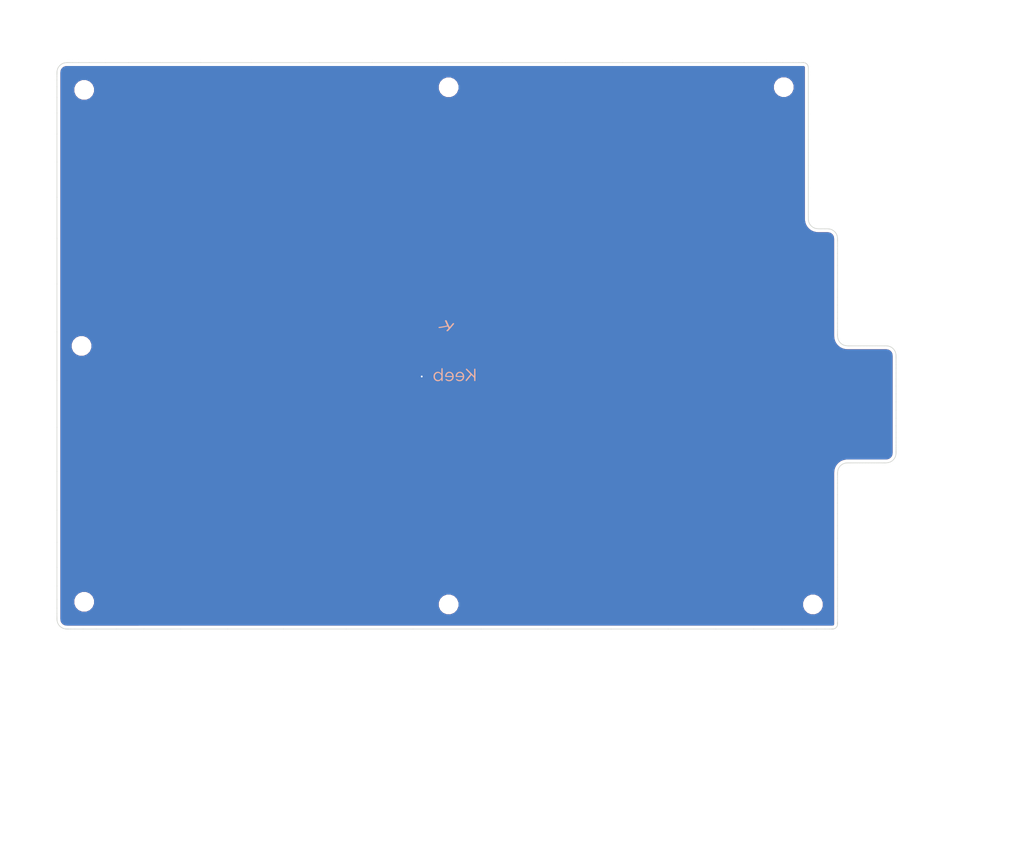
<source format=kicad_pcb>
(kicad_pcb (version 20241229) (generator "pcbnew") (generator_version "9.0")
  (layers (0 "F.Cu" signal) (2 "B.Cu" signal) (13 "F.Paste" user) (15 "B.Paste" user) (5 "F.SilkS" user) (7 "B.SilkS" user) (1 "F.Mask" user) (3 "B.Mask" user) (25 "Edge.Cuts" user))
  (net 0 "")
  (net 1 "GND")
  (footprint "Mounting_Holes:MountingHole_2.2mm_M2" (layer "F.Cu") (at 138.275 103.325)
    (property "Reference" "REF**" (hide yes))
    (property "Value" "MountingHole_2.2mm_M2" (hide yes))
    (pad "" np_thru_hole circle (at 0 0) (size 2.2 2.2) (drill 2.2) (layers "*.Cu" "*.Mask"))
  )
  (footprint "Keebio-Parts:VIA-0.6mm" (layer "F.Cu") (at 74.6 66.225)
    (property "Reference" "REF**" (hide yes))
    (property "Value" "VIA-0.6mm" (hide yes))
    (pad "1" thru_hole circle (at 0 0) (size 0.6 0.6) (drill 0.3) (layers "*.Cu") (net 1 "GND"))
  )
  (footprint "Mounting_Holes:MountingHole_2.2mm_M2" (layer "F.Cu") (at 78.975 103.325)
    (property "Reference" "REF**" (hide yes))
    (property "Value" "MountingHole_2.2mm_M2" (hide yes))
    (pad "" np_thru_hole circle (at 0 0) (size 2.2 2.2) (drill 2.2) (layers "*.Cu" "*.Mask"))
  )
  (footprint "Mounting_Holes:MountingHole_2.2mm_M2" (layer "F.Cu") (at 19.65 102.9)
    (property "Reference" "REF**" (hide yes))
    (property "Value" "MountingHole_2.2mm_M2" (hide yes))
    (pad "" np_thru_hole circle (at 0 0) (size 2.2 2.2) (drill 2.2) (layers "*.Cu" "*.Mask"))
  )
  (footprint "Mounting_Holes:MountingHole_2.2mm_M2" (layer "F.Cu") (at 19.225 61.25)
    (property "Reference" "REF**" (hide yes))
    (property "Value" "MountingHole_2.2mm_M2" (hide yes))
    (pad "" np_thru_hole circle (at 0 0) (size 2.2 2.2) (drill 2.2) (layers "*.Cu" "*.Mask"))
  )
  (footprint "Mounting_Holes:MountingHole_2.2mm_M2" (layer "F.Cu") (at 19.65 19.575)
    (property "Reference" "REF**" (hide yes))
    (property "Value" "MountingHole_2.2mm_M2" (hide yes))
    (pad "" np_thru_hole circle (at 0 0) (size 2.2 2.2) (drill 2.2) (layers "*.Cu" "*.Mask"))
  )
  (footprint "Mounting_Holes:MountingHole_2.2mm_M2" (layer "F.Cu") (at 78.975 19.15)
    (property "Reference" "REF**" (hide yes))
    (property "Value" "MountingHole_2.2mm_M2" (hide yes))
    (pad "" np_thru_hole circle (at 0 0) (size 2.2 2.2) (drill 2.2) (layers "*.Cu" "*.Mask"))
  )
  (footprint "Mounting_Holes:MountingHole_2.2mm_M2" (layer "F.Cu") (at 133.525 19.125)
    (property "Reference" "REF**" (hide yes))
    (property "Value" "MountingHole_2.2mm_M2" (hide yes))
    (pad "" np_thru_hole circle (at 0 0) (size 2.2 2.2) (drill 2.2) (layers "*.Cu" "*.Mask"))
  )
  (footprint "Keebio-Art:Keebio-TwoTone" (layer "B.Cu") (at 78.58125 61.317188 180)
    (property "Reference" "G***" (hide yes))
    (property "Value" "LOGO" (hide yes))
  )
  (gr_line (start 151.806322 64.282485) (end 151.806322 63.847545) (stroke (width 0.1)) (layer "Edge.Cuts"))
  (gr_line (start 150.189722 61.23273) (end 150.097897 61.229888) (stroke (width 0.1)) (layer "Edge.Cuts"))
  (gr_line (start 15.219375 58.965539) (end 15.219375 66.842894) (stroke (width 0.1)) (layer "Edge.Cuts"))
  (gr_line (start 137.519257 40.452734) (end 137.518824 40.376472) (stroke (width 0.1)) (layer "Edge.Cuts"))
  (gr_line (start 18.750277 15.129176) (end 17.746526 15.129176) (stroke (width 0.1)) (layer "Edge.Cuts"))
  (gr_line (start 142.281322 106.338884) (end 142.281322 106.334274) (stroke (width 0.1)) (layer "Edge.Cuts"))
  (gr_line (start 15.387768 16.018586) (end 15.336244 16.138316) (stroke (width 0.1)) (layer "Edge.Cuts"))
  (gr_line (start 137.554452 40.8661) (end 137.537588 40.750981) (stroke (width 0.1)) (layer "Edge.Cuts"))
  (gr_line (start 137.436186 15.576001) (end 137.404654 15.517808) (stroke (width 0.1)) (layer "Edge.Cuts"))
  (gr_line (start 149.873994 80.279177) (end 149.929491 80.279177) (stroke (width 0.1)) (layer "Edge.Cuts"))
  (gr_line (start 143.512604 80.330928) (end 143.630804 80.308776) (stroke (width 0.1)) (layer "Edge.Cuts"))
  (gr_line (start 137.174434 15.272134) (end 137.117958 15.236135) (stroke (width 0.1)) (layer "Edge.Cuts"))
  (gr_line (start 144.315525 61.229177) (end 144.244848 61.229177) (stroke (width 0.1)) (layer "Edge.Cuts"))
  (gr_line (start 142.281322 103.593802) (end 142.281322 102.322755) (stroke (width 0.1)) (layer "Edge.Cuts"))
  (gr_line (start 142.281322 106.35923) (end 142.281322 106.34689) (stroke (width 0.1)) (layer "Edge.Cuts"))
  (gr_line (start 15.21947 16.893641) (end 15.219375 16.963463) (stroke (width 0.1)) (layer "Edge.Cuts"))
  (gr_line (start 142.250464 106.736605) (end 142.263039 106.677047) (stroke (width 0.1)) (layer "Edge.Cuts"))
  (gr_line (start 138.156851 41.854774) (end 138.05209 41.767818) (stroke (width 0.1)) (layer "Edge.Cuts"))
  (gr_line (start 95.151692 107.329645) (end 105.438438 107.329543) (stroke (width 0.1)) (layer "Edge.Cuts"))
  (gr_line (start 142.281322 82.143455) (end 142.281326 82.078471) (stroke (width 0.1)) (layer "Edge.Cuts"))
  (gr_line (start 151.806322 78.409879) (end 151.806322 78.338959) (stroke (width 0.1)) (layer "Edge.Cuts"))
  (gr_line (start 151.803808 78.637398) (end 151.805939 78.54866) (stroke (width 0.1)) (layer "Edge.Cuts"))
  (gr_line (start 133.362218 15.129177) (end 130.769976 15.129177) (stroke (width 0.1)) (layer "Edge.Cuts"))
  (gr_line (start 16.196887 107.201239) (end 16.317945 107.243957) (stroke (width 0.1)) (layer "Edge.Cuts"))
  (gr_line (start 140.264522 42.179177) (end 140.236878 42.179177) (stroke (width 0.1)) (layer "Edge.Cuts"))
  (gr_line (start 150.149187 80.277196) (end 150.247227 80.272434) (stroke (width 0.1)) (layer "Edge.Cuts"))
  (gr_line (start 15.219375 51.174272) (end 15.219375 58.965539) (stroke (width 0.1)) (layer "Edge.Cuts"))
  (gr_line (start 150.402202 61.250949) (end 150.291901 61.239242) (stroke (width 0.1)) (layer "Edge.Cuts"))
  (gr_line (start 52.101852 107.330072) (end 62.305565 107.329971) (stroke (width 0.1)) (layer "Edge.Cuts"))
  (gr_line (start 149.121462 61.229177) (end 148.813402 61.229177) (stroke (width 0.1)) (layer "Edge.Cuts"))
  (gr_line (start 142.281322 98.875168) (end 142.281322 96.841829) (stroke (width 0.1)) (layer "Edge.Cuts"))
  (gr_line (start 142.186692 43.25187) (end 142.14151 43.131074) (stroke (width 0.1)) (layer "Edge.Cuts"))
  (gr_line (start 136.668238 15.129571) (end 136.628356 15.129189) (stroke (width 0.1)) (layer "Edge.Cuts"))
  (gr_line (start 151.464167 79.664015) (end 151.54353 79.554461) (stroke (width 0.1)) (layer "Edge.Cuts"))
  (gr_line (start 142.245693 43.492254) (end 142.220912 43.373008) (stroke (width 0.1)) (layer "Edge.Cuts"))
  (gr_line (start 142.281322 106.33109) (end 142.281322 106.313649) (stroke (width 0.1)) (layer "Edge.Cuts"))
  (gr_line (start 16.438868 107.276036) (end 16.557423 107.299001) (stroke (width 0.1)) (layer "Edge.Cuts"))
  (gr_line (start 151.806322 69.038392) (end 151.806322 67.774852) (stroke (width 0.1)) (layer "Edge.Cuts"))
  (gr_line (start 136.878903 15.149791) (end 136.820797 15.140411) (stroke (width 0.1)) (layer "Edge.Cuts"))
  (gr_line (start 15.219375 103.929587) (end 15.219375 104.802773) (stroke (width 0.1)) (layer "Edge.Cuts"))
  (gr_line (start 62.305565 107.329971) (end 73.163167 107.329863) (stroke (width 0.1)) (layer "Edge.Cuts"))
  (gr_line (start 15.227292 105.788323) (end 15.237489 105.89671) (stroke (width 0.1)) (layer "Edge.Cuts"))
  (gr_line (start 149.811498 80.279177) (end 149.873994 80.279177) (stroke (width 0.1)) (layer "Edge.Cuts"))
  (gr_line (start 140.619639 42.181015) (end 140.533521 42.179384) (stroke (width 0.1)) (layer "Edge.Cuts"))
  (gr_line (start 144.540732 61.229177) (end 144.410394 61.229177) (stroke (width 0.1)) (layer "Edge.Cuts"))
  (gr_line (start 122.488364 107.329374) (end 128.616107 107.329313) (stroke (width 0.1)) (layer "Edge.Cuts"))
  (gr_line (start 141.90503 107.207614) (end 141.960397 107.169367) (stroke (width 0.1)) (layer "Edge.Cuts"))
  (gr_line (start 142.281322 44.115309) (end 142.281322 44.04541) (stroke (width 0.1)) (layer "Edge.Cuts"))
  (gr_line (start 29.36833 107.330298) (end 35.339487 107.330239) (stroke (width 0.1)) (layer "Edge.Cuts"))
  (gr_line (start 139.679721 42.179177) (end 139.632297 42.179177) (stroke (width 0.1)) (layer "Edge.Cuts"))
  (gr_line (start 15.219376 105.524341) (end 15.219759 105.599903) (stroke (width 0.1)) (layer "Edge.Cuts"))
  (gr_line (start 138.502245 42.052362) (end 138.383104 41.998194) (stroke (width 0.1)) (layer "Edge.Cuts"))
  (gr_line (start 139.396757 42.179177) (end 139.339089 42.179177) (stroke (width 0.1)) (layer "Edge.Cuts"))
  (gr_line (start 139.594432 42.179177) (end 139.563266 42.179177) (stroke (width 0.1)) (layer "Edge.Cuts"))
  (gr_line (start 15.219375 87.990726) (end 15.219375 93.222549) (stroke (width 0.1)) (layer "Edge.Cuts"))
  (gr_line (start 142.281326 82.078471) (end 142.281813 82.001514) (stroke (width 0.1)) (layer "Edge.Cuts"))
  (gr_line (start 127.055898 15.129177) (end 122.016103 15.129177) (stroke (width 0.1)) (layer "Edge.Cuts"))
  (gr_line (start 151.806322 70.367824) (end 151.806322 69.038392) (stroke (width 0.1)) (layer "Edge.Cuts"))
  (gr_line (start 151.779604 62.597635) (end 151.758777 62.480072) (stroke (width 0.1)) (layer "Edge.Cuts"))
  (gr_line (start 147.996792 61.229177) (end 147.523393 61.229177) (stroke (width 0.1)) (layer "Edge.Cuts"))
  (gr_line (start 151.806322 63.847545) (end 151.806322 63.541923) (stroke (width 0.1)) (layer "Edge.Cuts"))
  (gr_line (start 142.281322 46.206594) (end 142.281322 45.521611) (stroke (width 0.1)) (layer "Edge.Cuts"))
  (gr_line (start 143.391815 80.362044) (end 143.512604 80.330928) (stroke (width 0.1)) (layer "Edge.Cuts"))
  (gr_line (start 142.551466 80.992875) (end 142.631817 80.883881) (stroke (width 0.1)) (layer "Edge.Cuts"))
  (gr_line (start 151.806322 63.063016) (end 151.806227 62.993642) (stroke (width 0.1)) (layer "Edge.Cuts"))
  (gr_line (start 137.518822 23.487518) (end 137.518822 21.644226) (stroke (width 0.1)) (layer "Edge.Cuts"))
  (gr_line (start 141.845683 42.686099) (end 141.748055 42.590536) (stroke (width 0.1)) (layer "Edge.Cuts"))
  (gr_line (start 137.518822 40.311621) (end 137.518822 40.228079) (stroke (width 0.1)) (layer "Edge.Cuts"))
  (gr_line (start 15.747672 106.91456) (end 15.852111 107.001967) (stroke (width 0.1)) (layer "Edge.Cuts"))
  (gr_line (start 151.499227 61.890342) (end 151.414256 61.784212) (stroke (width 0.1)) (layer "Edge.Cuts"))
  (gr_line (start 151.806322 63.338139) (end 151.806322 63.208714) (stroke (width 0.1)) (layer "Edge.Cuts"))
  (gr_line (start 73.163167 107.329863) (end 84.252572 107.329753) (stroke (width 0.1)) (layer "Edge.Cuts"))
  (gr_line (start 142.271628 106.619494) (end 142.276991 106.565059) (stroke (width 0.1)) (layer "Edge.Cuts"))
  (gr_line (start 144.480118 80.279177) (end 144.635898 80.279177) (stroke (width 0.1)) (layer "Edge.Cuts"))
  (gr_line (start 142.281322 53.355702) (end 142.281322 52.02435) (stroke (width 0.1)) (layer "Edge.Cuts"))
  (gr_line (start 142.284198 81.9116) (end 142.290005 81.810965) (stroke (width 0.1)) (layer "Edge.Cuts"))
  (gr_line (start 16.623496 15.150947) (end 16.50731 15.169371) (stroke (width 0.1)) (layer "Edge.Cuts"))
  (gr_line (start 150.062456 80.278935) (end 150.149187 80.277196) (stroke (width 0.1)) (layer "Edge.Cuts"))
  (gr_line (start 142.281322 47.089256) (end 142.281322 46.206594) (stroke (width 0.1)) (layer "Edge.Cuts"))
  (gr_line (start 142.281322 50.680828) (end 142.281322 49.376336) (stroke (width 0.1)) (layer "Edge.Cuts"))
  (gr_line (start 142.281322 44.637809) (end 142.281322 44.384029) (stroke (width 0.1)) (layer "Edge.Cuts"))
  (gr_line (start 141.608146 107.314418) (end 141.667109 107.303368) (stroke (width 0.1)) (layer "Edge.Cuts"))
  (gr_line (start 137.785278 41.459976) (end 137.716056 41.345596) (stroke (width 0.1)) (layer "Edge.Cuts"))
  (gr_line (start 142.307215 59.855053) (end 142.293894 59.742993) (stroke (width 0.1)) (layer "Edge.Cuts"))
  (gr_line (start 150.468289 80.247753) (end 150.586843 80.224788) (stroke (width 0.1)) (layer "Edge.Cuts"))
  (gr_line (start 144.844896 80.279177) (end 145.118388 80.279177) (stroke (width 0.1)) (layer "Edge.Cuts"))
  (gr_line (start 87.740958 15.129176) (end 77.132652 15.129176) (stroke (width 0.1)) (layer "Edge.Cuts"))
  (gr_line (start 148.999334 80.279177) (end 149.265983 80.279177) (stroke (width 0.1)) (layer "Edge.Cuts"))
  (gr_line (start 114.690722 107.329451) (end 122.488364 107.329374) (stroke (width 0.1)) (layer "Edge.Cuts"))
  (gr_line (start 151.806322 63.208714) (end 151.806322 63.126166) (stroke (width 0.1)) (layer "Edge.Cuts"))
  (gr_line (start 15.413502 106.491109) (end 15.482171 106.60571) (stroke (width 0.1)) (layer "Edge.Cuts"))
  (gr_line (start 151.806322 73.019554) (end 151.806322 71.711946) (stroke (width 0.1)) (layer "Edge.Cuts"))
  (gr_line (start 15.219375 102.486889) (end 15.219375 103.929587) (stroke (width 0.1)) (layer "Edge.Cuts"))
  (gr_line (start 142.273029 43.716131) (end 142.262557 43.607373) (stroke (width 0.1)) (layer "Edge.Cuts"))
  (gr_line (start 142.281322 82.366031) (end 142.281322 82.225081) (stroke (width 0.1)) (layer "Edge.Cuts"))
  (gr_line (start 142.281322 44.04541) (end 142.28132 43.981882) (stroke (width 0.1)) (layer "Edge.Cuts"))
  (gr_line (start 142.281322 96.841829) (end 142.281322 94.711233) (stroke (width 0.1)) (layer "Edge.Cuts"))
  (gr_line (start 15.224492 16.714955) (end 15.22067 16.810245) (stroke (width 0.1)) (layer "Edge.Cuts"))
  (gr_line (start 151.414256 61.784212) (end 151.320429 61.684966) (stroke (width 0.1)) (layer "Edge.Cuts"))
  (gr_line (start 141.960397 107.169367) (end 142.012816 107.126216) (stroke (width 0.1)) (layer "Edge.Cuts"))
  (gr_line (start 143.322207 61.123819) (end 143.201871 61.075509) (stroke (width 0.1)) (layer "Edge.Cuts"))
  (gr_line (start 141.297899 42.305992) (end 141.176797 42.263833) (stroke (width 0.1)) (layer "Edge.Cuts"))
  (gr_line (start 137.518784 16.011722) (end 137.51823 15.970419) (stroke (width 0.1)) (layer "Edge.Cuts"))
  (gr_line (start 142.281322 106.34689) (end 142.281322 106.338884) (stroke (width 0.1)) (layer "Edge.Cuts"))
  (gr_line (start 15.219375 43.769167) (end 15.219375 51.174272) (stroke (width 0.1)) (layer "Edge.Cuts"))
  (gr_line (start 142.971319 60.942757) (end 142.863576 60.860302) (stroke (width 0.1)) (layer "Edge.Cuts"))
  (gr_line (start 151.806322 65.650241) (end 151.806322 64.874224) (stroke (width 0.1)) (layer "Edge.Cuts"))
  (gr_line (start 150.518388 61.269372) (end 150.402202 61.250949) (stroke (width 0.1)) (layer "Edge.Cuts"))
  (gr_line (start 16.145786 15.280179) (end 16.02821 15.340211) (stroke (width 0.1)) (layer "Edge.Cuts"))
  (gr_line (start 16.835976 15.132729) (end 16.733796 15.139241) (stroke (width 0.1)) (layer "Edge.Cuts"))
  (gr_line (start 151.612198 79.43986) (end 151.669012 79.321381) (stroke (width 0.1)) (layer "Edge.Cuts"))
  (gr_line (start 15.232458 16.610007) (end 15.224492 16.714955) (stroke (width 0.1)) (layer "Edge.Cuts"))
  (gr_line (start 137.518824 40.376472) (end 137.518822 40.311621) (stroke (width 0.1)) (layer "Edge.Cuts"))
  (gr_line (start 151.793239 62.710008) (end 151.779604 62.597635) (stroke (width 0.1)) (layer "Edge.Cuts"))
  (gr_line (start 142.290005 81.810965) (end 142.300755 81.701842) (stroke (width 0.1)) (layer "Edge.Cuts"))
  (gr_line (start 139.535623 42.179177) (end 139.508326 42.179177) (stroke (width 0.1)) (layer "Edge.Cuts"))
  (gr_line (start 142.278631 43.816291) (end 142.273029 43.716131) (stroke (width 0.1)) (layer "Edge.Cuts"))
  (gr_line (start 151.54353 79.554461) (end 151.612198 79.43986) (stroke (width 0.1)) (layer "Edge.Cuts"))
  (gr_line (start 145.634417 61.229177) (end 145.257311 61.229177) (stroke (width 0.1)) (layer "Edge.Cuts"))
  (gr_line (start 138.05209 41.767818) (end 137.954462 41.672255) (stroke (width 0.1)) (layer "Edge.Cuts"))
  (gr_line (start 23.121398 15.129176) (end 20.473628 15.129176) (stroke (width 0.1)) (layer "Edge.Cuts"))
  (gr_line (start 137.518822 35.528531) (end 137.518822 33.814018) (stroke (width 0.1)) (layer "Edge.Cuts"))
  (gr_line (start 138.976252 42.163715) (end 138.862585 42.148675) (stroke (width 0.1)) (layer "Edge.Cuts"))
  (gr_line (start 149.839715 61.229177) (end 149.768112 61.229177) (stroke (width 0.1)) (layer "Edge.Cuts"))
  (gr_line (start 142.281322 106.331493) (end 142.281322 106.33109) (stroke (width 0.1)) (layer "Edge.Cuts"))
  (gr_line (start 151.788209 78.845465) (end 151.798406 78.737078) (stroke (width 0.1)) (layer "Edge.Cuts"))
  (gr_line (start 136.582546 107.329234) (end 138.845205 107.329211) (stroke (width 0.1)) (layer "Edge.Cuts"))
  (gr_line (start 138.267578 41.931955) (end 138.156851 41.854774) (stroke (width 0.1)) (layer "Edge.Cuts"))
  (gr_line (start 138.623347 42.094521) (end 138.502245 42.052362) (stroke (width 0.1)) (layer "Edge.Cuts"))
  (gr_line (start 144.410394 61.229177) (end 144.315525 61.229177) (stroke (width 0.1)) (layer "Edge.Cuts"))
  (gr_line (start 15.219375 105.448274) (end 15.219376 105.524341) (stroke (width 0.1)) (layer "Edge.Cuts"))
  (gr_line (start 136.765574 15.134421) (end 136.714349 15.131061) (stroke (width 0.1)) (layer "Edge.Cuts"))
  (gr_line (start 151.806322 71.711946) (end 151.806322 70.367824) (stroke (width 0.1)) (layer "Edge.Cuts"))
  (gr_line (start 15.219759 105.599903) (end 15.22189 105.688643) (stroke (width 0.1)) (layer "Edge.Cuts"))
  (gr_line (start 142.281322 58.904006) (end 142.281322 58.592667) (stroke (width 0.1)) (layer "Edge.Cuts"))
  (gr_line (start 149.730726 80.279177) (end 149.811498 80.279177) (stroke (width 0.1)) (layer "Edge.Cuts"))
  (gr_line (start 142.281322 106.376839) (end 142.281322 106.35923) (stroke (width 0.1)) (layer "Edge.Cuts"))
  (gr_line (start 142.300755 81.701842) (end 142.317973 81.586468) (stroke (width 0.1)) (layer "Edge.Cuts"))
  (gr_line (start 151.375279 79.767353) (end 151.464167 79.664015) (stroke (width 0.1)) (layer "Edge.Cuts"))
  (gr_line (start 142.281322 52.02435) (end 142.281322 50.680828) (stroke (width 0.1)) (layer "Edge.Cuts"))
  (gr_line (start 142.280887 43.90562) (end 142.278631 43.816291) (stroke (width 0.1)) (layer "Edge.Cuts"))
  (gr_line (start 15.246094 16.497634) (end 15.232458 16.610007) (stroke (width 0.1)) (layer "Edge.Cuts"))
  (gr_line (start 137.518822 25.513916) (end 137.518822 23.487518) (stroke (width 0.1)) (layer "Edge.Cuts"))
  (gr_line (start 18.136582 107.330409) (end 19.472433 107.330396) (stroke (width 0.1)) (layer "Edge.Cuts"))
  (gr_line (start 140.236878 42.179177) (end 140.205713 42.179177) (stroke (width 0.1)) (layer "Edge.Cuts"))
  (gr_line (start 150.291901 61.239242) (end 150.189722 61.23273) (stroke (width 0.1)) (layer "Edge.Cuts"))
  (gr_line (start 142.281322 84.378948) (end 142.281322 83.572763) (stroke (width 0.1)) (layer "Edge.Cuts"))
  (gr_line (start 137.51823 15.970419) (end 137.516405 15.923125) (stroke (width 0.1)) (layer "Edge.Cuts"))
  (gr_line (start 15.526471 15.790341) (end 15.451524 15.902189) (stroke (width 0.1)) (layer "Edge.Cuts"))
  (gr_line (start 151.806322 66.628405) (end 151.806322 65.650241) (stroke (width 0.1)) (layer "Edge.Cuts"))
  (gr_line (start 141.055939 42.232236) (end 140.937559 42.209679) (stroke (width 0.1)) (layer "Edge.Cuts"))
  (gr_line (start 15.219375 17.069525) (end 15.219375 17.3541) (stroke (width 0.1)) (layer "Edge.Cuts"))
  (gr_line (start 150.947817 80.09521) (end 151.063134 80.028405) (stroke (width 0.1)) (layer "Edge.Cuts"))
  (gr_line (start 15.806784 15.493771) (end 15.705268 15.584965) (stroke (width 0.1)) (layer "Edge.Cuts"))
  (gr_line (start 149.620401 80.279177) (end 149.730726 80.279177) (stroke (width 0.1)) (layer "Edge.Cuts"))
  (gr_line (start 139.563266 42.179177) (end 139.535623 42.179177) (stroke (width 0.1)) (layer "Edge.Cuts"))
  (gr_line (start 142.106482 107.027529) (end 142.146564 106.973158) (stroke (width 0.1)) (layer "Edge.Cuts"))
  (gr_line (start 38.658451 15.129176) (end 32.009482 15.129176) (stroke (width 0.1)) (layer "Edge.Cuts"))
  (gr_line (start 149.95379 61.229177) (end 149.897848 61.229177) (stroke (width 0.1)) (layer "Edge.Cuts"))
  (gr_line (start 143.035657 80.522876) (end 143.151389 80.457205) (stroke (width 0.1)) (layer "Edge.Cuts"))
  (gr_line (start 137.518822 29.788721) (end 137.518822 27.641593) (stroke (width 0.1)) (layer "Edge.Cuts"))
  (gr_line (start 15.219375 17.969105) (end 15.219375 19.066457) (stroke (width 0.1)) (layer "Edge.Cuts"))
  (gr_line (start 147.314951 80.279177) (end 147.798463 80.279177) (stroke (width 0.1)) (layer "Edge.Cuts"))
  (gr_line (start 15.219375 97.285287) (end 15.219375 100.322761) (stroke (width 0.1)) (layer "Edge.Cuts"))
  (gr_line (start 142.762412 60.768686) (end 142.668993 60.669074) (stroke (width 0.1)) (layer "Edge.Cuts"))
  (gr_line (start 137.32533 15.408733) (end 137.278703 15.359015) (stroke (width 0.1)) (layer "Edge.Cuts"))
  (gr_line (start 142.281322 44.219022) (end 142.281322 44.115309) (stroke (width 0.1)) (layer "Edge.Cuts"))
  (gr_line (start 137.404654 15.517808) (end 137.367508 15.461858) (stroke (width 0.1)) (layer "Edge.Cuts"))
  (gr_line (start 84.252572 107.329753) (end 95.151692 107.329645) (stroke (width 0.1)) (layer "Edge.Cuts"))
  (gr_line (start 140.937559 42.209679) (end 140.823893 42.194639) (stroke (width 0.1)) (layer "Edge.Cuts"))
  (gr_line (start 142.281322 82.609098) (end 142.281322 82.366031) (stroke (width 0.1)) (layer "Edge.Cuts"))
  (gr_line (start 16.876528 107.32844) (end 16.96326 107.33018) (stroke (width 0.1)) (layer "Edge.Cuts"))
  (gr_line (start 139.508326 42.179177) (end 139.4782 42.179177) (stroke (width 0.1)) (layer "Edge.Cuts"))
  (gr_line (start 16.557423 107.299001) (end 16.671374 107.314375) (stroke (width 0.1)) (layer "Edge.Cuts"))
  (gr_line (start 15.336244 16.138316) (end 15.296463 16.259553) (stroke (width 0.1)) (layer "Edge.Cuts"))
  (gr_line (start 147.798463 80.279177) (end 148.252856 80.279177) (stroke (width 0.1)) (layer "Edge.Cuts"))
  (gr_line (start 15.219375 104.802773) (end 15.219375 105.258363) (stroke (width 0.1)) (layer "Edge.Cuts"))
  (gr_line (start 135.996709 15.129177) (end 135.036502 15.129177) (stroke (width 0.1)) (layer "Edge.Cuts"))
  (gr_line (start 146.335754 80.279177) (end 146.821115 80.279177) (stroke (width 0.1)) (layer "Edge.Cuts"))
  (gr_line (start 150.354339 80.263128) (end 150.468289 80.247753) (stroke (width 0.1)) (layer "Edge.Cuts"))
  (gr_line (start 138.744205 42.126118) (end 138.623347 42.094521) (stroke (width 0.1)) (layer "Edge.Cuts"))
  (gr_line (start 137.518822 17.853899) (end 137.518822 17.154306) (stroke (width 0.1)) (layer "Edge.Cuts"))
  (gr_line (start 15.219375 19.066457) (end 15.219375 20.798074) (stroke (width 0.1)) (layer "Edge.Cuts"))
  (gr_line (start 137.495698 15.756447) (end 137.481185 15.696341) (stroke (width 0.1)) (layer "Edge.Cuts"))
  (gr_line (start 136.938776 15.163322) (end 136.878903 15.149791) (stroke (width 0.1)) (layer "Edge.Cuts"))
  (gr_line (start 138.862585 42.148675) (end 138.744205 42.126118) (stroke (width 0.1)) (layer "Edge.Cuts"))
  (gr_line (start 15.31208 106.251764) (end 15.356688 106.372629) (stroke (width 0.1)) (layer "Edge.Cuts"))
  (gr_line (start 142.281322 82.225081) (end 142.281322 82.143455) (stroke (width 0.1)) (layer "Edge.Cuts"))
  (gr_line (start 151.806322 75.320422) (end 151.806322 74.239447) (stroke (width 0.1)) (layer "Edge.Cuts"))
  (gr_line (start 142.281322 85.458427) (end 142.281322 84.378948) (stroke (width 0.1)) (layer "Edge.Cuts"))
  (gr_line (start 21.647726 107.330375) (end 24.875384 107.330343) (stroke (width 0.1)) (layer "Edge.Cuts"))
  (gr_line (start 148.813402 61.229177) (end 148.433061 61.229177) (stroke (width 0.1)) (layer "Edge.Cuts"))
  (gr_line (start 15.219375 66.842894) (end 15.219375 74.506261) (stroke (width 0.1)) (layer "Edge.Cuts"))
  (gr_line (start 137.716056 41.345596) (end 137.658635 41.22728) (stroke (width 0.1)) (layer "Edge.Cuts"))
  (gr_line (start 151.63793 62.118588) (end 151.574174 62.00219) (stroke (width 0.1)) (layer "Edge.Cuts"))
  (gr_line (start 139.736195 42.179177) (end 139.679721 42.179177) (stroke (width 0.1)) (layer "Edge.Cuts"))
  (gr_line (start 142.281322 56.76471) (end 142.281322 55.777083) (stroke (width 0.1)) (layer "Edge.Cuts"))
  (gr_line (start 142.446889 60.333945) (end 142.395972 60.214091) (stroke (width 0.1)) (layer "Edge.Cuts"))
  (gr_line (start 136.820797 15.140411) (end 136.765574 15.134421) (stroke (width 0.1)) (layer "Edge.Cuts"))
  (gr_line (start 151.063134 80.028405) (end 151.173595 79.950716) (stroke (width 0.1)) (layer "Edge.Cuts"))
  (gr_line (start 150.759477 61.332465) (end 150.638224 61.296037) (stroke (width 0.1)) (layer "Edge.Cuts"))
  (gr_line (start 15.611442 15.684211) (end 15.526471 15.790341) (stroke (width 0.1)) (layer "Edge.Cuts"))
  (gr_line (start 145.465639 80.279177) (end 145.877663 80.279177) (stroke (width 0.1)) (layer "Edge.Cuts"))
  (gr_line (start 15.650424 106.818604) (end 15.747672 106.91456) (stroke (width 0.1)) (layer "Edge.Cuts"))
  (gr_line (start 139.866 42.179177) (end 139.799152 42.179177) (stroke (width 0.1)) (layer "Edge.Cuts"))
  (gr_line (start 42.974119 107.330163) (end 52.101852 107.330072) (stroke (width 0.1)) (layer "Edge.Cuts"))
  (gr_line (start 137.518822 38.033105) (end 137.518822 36.939107) (stroke (width 0.1)) (layer "Edge.Cuts"))
  (gr_line (start 17.42725 107.330417) (end 18.136582 107.330409) (stroke (width 0.1)) (layer "Edge.Cuts"))
  (gr_line (start 142.286166 59.638467) (end 142.282509 59.54371) (stroke (width 0.1)) (layer "Edge.Cuts"))
  (gr_line (start 142.281322 57.550499) (end 142.281322 56.76471) (stroke (width 0.1)) (layer "Edge.Cuts"))
  (gr_line (start 16.671374 107.314375) (end 16.778488 107.32368) (stroke (width 0.1)) (layer "Edge.Cuts"))
  (gr_line (start 137.518822 33.814018) (end 137.518822 31.873472) (stroke (width 0.1)) (layer "Edge.Cuts"))
  (gr_line (start 141.450152 107.328337) (end 141.498553 107.326143) (stroke (width 0.1)) (layer "Edge.Cuts"))
  (gr_line (start 149.929491 80.279177) (end 149.989267 80.279177) (stroke (width 0.1)) (layer "Edge.Cuts"))
  (gr_line (start 15.91482 15.411798) (end 15.806784 15.493771) (stroke (width 0.1)) (layer "Edge.Cuts"))
  (gr_line (start 137.518822 16.669837) (end 137.518822 16.358641) (stroke (width 0.1)) (layer "Edge.Cuts"))
  (gr_line (start 15.219375 81.655563) (end 15.219375 87.990726) (stroke (width 0.1)) (layer "Edge.Cuts"))
  (gr_line (start 128.616107 107.329313) (end 133.243508 107.329267) (stroke (width 0.1)) (layer "Edge.Cuts"))
  (gr_line (start 149.768112 61.229177) (end 149.671762 61.229177) (stroke (width 0.1)) (layer "Edge.Cuts"))
  (gr_line (start 137.521514 40.542063) (end 137.519257 40.452734) (stroke (width 0.1)) (layer "Edge.Cuts"))
  (gr_line (start 137.518822 38.851712) (end 137.518822 38.033105) (stroke (width 0.1)) (layer "Edge.Cuts"))
  (gr_line (start 16.02821 15.340211) (end 15.91482 15.411798) (stroke (width 0.1)) (layer "Edge.Cuts"))
  (gr_line (start 137.461599 15.635822) (end 137.436186 15.576001) (stroke (width 0.1)) (layer "Edge.Cuts"))
  (gr_line (start 142.084089 43.012758) (end 142.014867 42.898378) (stroke (width 0.1)) (layer "Edge.Cuts"))
  (gr_line (start 142.631817 80.883881) (end 142.721579 80.781216) (stroke (width 0.1)) (layer "Edge.Cuts"))
  (gr_line (start 137.518822 36.939107) (end 137.518822 35.528531) (stroke (width 0.1)) (layer "Edge.Cuts"))
  (gr_line (start 141.667109 107.303368) (end 141.727364 107.287845) (stroke (width 0.1)) (layer "Edge.Cuts"))
  (gr_line (start 17.078538 15.129176) (end 17.007035 15.129193) (stroke (width 0.1)) (layer "Edge.Cuts"))
  (gr_line (start 140.291819 42.179177) (end 140.264522 42.179177) (stroke (width 0.1)) (layer "Edge.Cuts"))
  (gr_line (start 147.031659 61.229177) (end 146.540388 61.229177) (stroke (width 0.1)) (layer "Edge.Cuts"))
  (gr_line (start 140.989306 107.32919) (end 141.294712 107.329187) (stroke (width 0.1)) (layer "Edge.Cuts"))
  (gr_line (start 137.512548 15.870954) (end 137.505899 15.815023) (stroke (width 0.1)) (layer "Edge.Cuts"))
  (gr_line (start 137.518822 16.178866) (end 137.518822 16.08866) (stroke (width 0.1)) (layer "Edge.Cuts"))
  (gr_line (start 144.283098 80.279177) (end 144.366277 80.279177) (stroke (width 0.1)) (layer "Edge.Cuts"))
  (gr_line (start 142.281322 106.334274) (end 142.281322 106.332123) (stroke (width 0.1)) (layer "Edge.Cuts"))
  (gr_line (start 151.806322 77.80529) (end 151.806322 77.428829) (stroke (width 0.1)) (layer "Edge.Cuts"))
  (gr_line (start 142.721579 80.781216) (end 142.819585 80.686049) (stroke (width 0.1)) (layer "Edge.Cuts"))
  (gr_line (start 144.033025 80.279353) (end 144.104764 80.279177) (stroke (width 0.1)) (layer "Edge.Cuts"))
  (gr_line (start 142.281322 102.322755) (end 142.281322 100.72942) (stroke (width 0.1)) (layer "Edge.Cuts"))
  (gr_line (start 143.630804 80.308776) (end 143.744181 80.294067) (stroke (width 0.1)) (layer "Edge.Cuts"))
  (gr_line (start 142.281322 90.485591) (end 142.281322 88.554205) (stroke (width 0.1)) (layer "Edge.Cuts"))
  (gr_line (start 142.220912 43.373008) (end 142.186692 43.25187) (stroke (width 0.1)) (layer "Edge.Cuts"))
  (gr_line (start 142.293894 59.742993) (end 142.286166 59.638467) (stroke (width 0.1)) (layer "Edge.Cuts"))
  (gr_line (start 150.638224 61.296037) (end 150.518388 61.269372) (stroke (width 0.1)) (layer "Edge.Cuts"))
  (gr_line (start 139.934145 42.179177) (end 139.866 42.179177) (stroke (width 0.1)) (layer "Edge.Cuts"))
  (gr_line (start 142.276991 106.565059) (end 142.279888 106.514858) (stroke (width 0.1)) (layer "Edge.Cuts"))
  (gr_line (start 142.584488 60.562635) (end 142.510064 60.450536) (stroke (width 0.1)) (layer "Edge.Cuts"))
  (gr_line (start 142.317973 81.586468) (end 142.343182 81.467077) (stroke (width 0.1)) (layer "Edge.Cuts"))
  (gr_line (start 150.586843 80.224788) (end 150.707766 80.192707) (stroke (width 0.1)) (layer "Edge.Cuts"))
  (gr_line (start 141.551589 107.321757) (end 141.608146 107.314418) (stroke (width 0.1)) (layer "Edge.Cuts"))
  (gr_line (start 143.79049 61.21867) (end 143.679848 61.206669) (stroke (width 0.1)) (layer "Edge.Cuts"))
  (gr_line (start 144.635898 80.279177) (end 144.844896 80.279177) (stroke (width 0.1)) (layer "Edge.Cuts"))
  (gr_line (start 149.671762 61.229177) (end 149.539389 61.229177) (stroke (width 0.1)) (layer "Edge.Cuts"))
  (gr_line (start 17.007035 15.129193) (end 16.9278 15.129887) (stroke (width 0.1)) (layer "Edge.Cuts"))
  (gr_line (start 142.281322 45.521611) (end 142.281322 45.007843) (stroke (width 0.1)) (layer "Edge.Cuts"))
  (gr_line (start 15.219375 31.317677) (end 15.219375 37.050301) (stroke (width 0.1)) (layer "Edge.Cuts"))
  (gr_line (start 151.798406 78.737078) (end 151.803808 78.637398) (stroke (width 0.1)) (layer "Edge.Cuts"))
  (gr_line (start 148.433061 61.229177) (end 147.996792 61.229177) (stroke (width 0.1)) (layer "Edge.Cuts"))
  (gr_line (start 147.523393 61.229177) (end 147.031659 61.229177) (stroke (width 0.1)) (layer "Edge.Cuts"))
  (gr_line (start 141.532567 42.426399) (end 141.417041 42.36016) (stroke (width 0.1)) (layer "Edge.Cuts"))
  (gr_line (start 136.446718 15.129177) (end 135.996709 15.129177) (stroke (width 0.1)) (layer "Edge.Cuts"))
  (gr_line (start 144.163619 80.279177) (end 144.219305 80.279177) (stroke (width 0.1)) (layer "Edge.Cuts"))
  (gr_line (start 142.181369 106.916211) (end 142.210316 106.857273) (stroke (width 0.1)) (layer "Edge.Cuts"))
  (gr_line (start 151.801206 62.814957) (end 151.793239 62.710008) (stroke (width 0.1)) (layer "Edge.Cuts"))
  (gr_line (start 15.561535 106.715265) (end 15.650424 106.818604) (stroke (width 0.1)) (layer "Edge.Cuts"))
  (gr_line (start 142.423666 81.225182) (end 142.481694 81.107031) (stroke (width 0.1)) (layer "Edge.Cuts"))
  (gr_line (start 140.533521 42.179384) (end 140.461056 42.179177) (stroke (width 0.1)) (layer "Edge.Cuts"))
  (gr_line (start 142.281813 82.001514) (end 142.284198 81.9116) (stroke (width 0.1)) (layer "Edge.Cuts"))
  (gr_line (start 151.806322 78.232875) (end 151.806322 78.064145) (stroke (width 0.1)) (layer "Edge.Cuts"))
  (gr_line (start 151.729234 62.359555) (end 151.689454 62.238317) (stroke (width 0.1)) (layer "Edge.Cuts"))
  (gr_line (start 144.065413 61.229152) (end 143.985508 61.228389) (stroke (width 0.1)) (layer "Edge.Cuts"))
  (gr_line (start 137.481185 15.696341) (end 137.461599 15.635822) (stroke (width 0.1)) (layer "Edge.Cuts"))
  (gr_line (start 142.28132 43.981882) (end 142.280887 43.90562) (stroke (width 0.1)) (layer "Edge.Cuts"))
  (gr_line (start 32.009482 15.129176) (end 26.898409 15.129176) (stroke (width 0.1)) (layer "Edge.Cuts"))
  (gr_line (start 137.505899 15.815023) (end 137.495698 15.756447) (stroke (width 0.1)) (layer "Edge.Cuts"))
  (gr_line (start 19.472433 107.330396) (end 21.647726 107.330375) (stroke (width 0.1)) (layer "Edge.Cuts"))
  (gr_line (start 20.473628 15.129176) (end 18.750277 15.129176) (stroke (width 0.1)) (layer "Edge.Cuts"))
  (gr_line (start 141.407501 107.329098) (end 141.450152 107.328337) (stroke (width 0.1)) (layer "Edge.Cuts"))
  (gr_line (start 16.077891 107.14646) (end 16.196887 107.201239) (stroke (width 0.1)) (layer "Edge.Cuts"))
  (gr_line (start 150.018663 61.229194) (end 149.95379 61.229177) (stroke (width 0.1)) (layer "Edge.Cuts"))
  (gr_line (start 137.518822 20.065867) (end 137.518822 18.810469) (stroke (width 0.1)) (layer "Edge.Cuts"))
  (gr_line (start 142.281322 106.313649) (end 142.281322 106.239866) (stroke (width 0.1)) (layer "Edge.Cuts"))
  (gr_line (start 142.668993 60.669074) (end 142.584488 60.562635) (stroke (width 0.1)) (layer "Edge.Cuts"))
  (gr_line (start 149.539389 61.229177) (end 149.359714 61.229177) (stroke (width 0.1)) (layer "Edge.Cuts"))
  (gr_line (start 143.201871 61.075509) (end 143.084473 61.014882) (stroke (width 0.1)) (layer "Edge.Cuts"))
  (gr_line (start 143.56343 61.187875) (end 143.443472 61.160766) (stroke (width 0.1)) (layer "Edge.Cuts"))
  (gr_line (start 15.254003 106.011569) (end 15.278359 106.130666) (stroke (width 0.1)) (layer "Edge.Cuts"))
  (gr_line (start 142.281322 105.759615) (end 142.281322 105.271317) (stroke (width 0.1)) (layer "Edge.Cuts"))
  (gr_line (start 16.26622 15.232464) (end 16.145786 15.280179) (stroke (width 0.1)) (layer "Edge.Cuts"))
  (gr_line (start 151.806322 76.907283) (end 151.806322 76.213171) (stroke (width 0.1)) (layer "Edge.Cuts"))
  (gr_line (start 15.219375 100.322761) (end 15.219375 102.486889) (stroke (width 0.1)) (layer "Edge.Cuts"))
  (gr_line (start 142.014867 42.898378) (end 141.935009 42.789102) (stroke (width 0.1)) (layer "Edge.Cuts"))
  (gr_line (start 137.518822 40.228079) (end 137.518822 40.08311) (stroke (width 0.1)) (layer "Edge.Cuts"))
  (gr_line (start 140.120423 42.179177) (end 140.06395 42.179177) (stroke (width 0.1)) (layer "Edge.Cuts"))
  (gr_line (start 142.35673 60.092837) (end 142.327652 59.972413) (stroke (width 0.1)) (layer "Edge.Cuts"))
  (gr_line (start 16.733796 15.139241) (end 16.623496 15.150947) (stroke (width 0.1)) (layer "Edge.Cuts"))
  (gr_line (start 145.118388 80.279177) (end 145.465639 80.279177) (stroke (width 0.1)) (layer "Edge.Cuts"))
  (gr_line (start 133.243508 107.329267) (end 136.582546 107.329234) (stroke (width 0.1)) (layer "Edge.Cuts"))
  (gr_line (start 139.339089 42.179177) (end 139.266623 42.17897) (stroke (width 0.1)) (layer "Edge.Cuts"))
  (gr_line (start 142.281077 106.470005) (end 142.28132 106.431615) (stroke (width 0.1)) (layer "Edge.Cuts"))
  (gr_line (start 139.799152 42.179177) (end 139.736195 42.179177) (stroke (width 0.1)) (layer "Edge.Cuts"))
  (gr_line (start 142.061705 107.078742) (end 142.106482 107.027529) (stroke (width 0.1)) (layer "Edge.Cuts"))
  (gr_line (start 140.823893 42.194639) (end 140.717175 42.185592) (stroke (width 0.1)) (layer "Edge.Cuts"))
  (gr_line (start 142.281322 88.554205) (end 142.281322 86.85288) (stroke (width 0.1)) (layer "Edge.Cuts"))
  (gr_line (start 142.210316 106.857273) (end 142.233143 106.797052) (stroke (width 0.1)) (layer "Edge.Cuts"))
  (gr_line (start 142.281322 106.332123) (end 142.281322 106.331493) (stroke (width 0.1)) (layer "Edge.Cuts"))
  (gr_line (start 145.877663 80.279177) (end 146.335754 80.279177) (stroke (width 0.1)) (layer "Edge.Cuts"))
  (gr_line (start 137.613452 41.106484) (end 137.579233 40.985346) (stroke (width 0.1)) (layer "Edge.Cuts"))
  (gr_line (start 137.518822 39.43772) (end 137.518822 38.851712) (stroke (width 0.1)) (layer "Edge.Cuts"))
  (gr_line (start 137.518822 21.644226) (end 137.518822 20.065867) (stroke (width 0.1)) (layer "Edge.Cuts"))
  (gr_line (start 137.059363 15.205875) (end 136.999301 15.181763) (stroke (width 0.1)) (layer "Edge.Cuts"))
  (gr_line (start 149.359714 61.229177) (end 149.121462 61.229177) (stroke (width 0.1)) (layer "Edge.Cuts"))
  (gr_line (start 151.806322 63.126166) (end 151.806322 63.063016) (stroke (width 0.1)) (layer "Edge.Cuts"))
  (gr_line (start 151.758777 62.480072) (end 151.729234 62.359555) (stroke (width 0.1)) (layer "Edge.Cuts"))
  (gr_line (start 144.952924 61.229177) (end 144.717816 61.229177) (stroke (width 0.1)) (layer "Edge.Cuts"))
  (gr_line (start 15.266921 16.380071) (end 15.246094 16.497634) (stroke (width 0.1)) (layer "Edge.Cuts"))
  (gr_line (start 115.447161 15.129177) (end 107.304096 15.129177) (stroke (width 0.1)) (layer "Edge.Cuts"))
  (gr_line (start 151.218914 61.593773) (end 151.110877 61.511799) (stroke (width 0.1)) (layer "Edge.Cuts"))
  (gr_line (start 140.461056 42.179177) (end 140.403387 42.179177) (stroke (width 0.1)) (layer "Edge.Cuts"))
  (gr_line (start 151.806322 77.428829) (end 151.806322 76.907283) (stroke (width 0.1)) (layer "Edge.Cuts"))
  (gr_line (start 139.442069 42.179177) (end 139.396757 42.179177) (stroke (width 0.1)) (layer "Edge.Cuts"))
  (gr_line (start 151.805939 78.54866) (end 151.806322 78.473098) (stroke (width 0.1)) (layer "Edge.Cuts"))
  (gr_line (start 137.865136 41.569252) (end 137.785278 41.459976) (stroke (width 0.1)) (layer "Edge.Cuts"))
  (gr_line (start 137.228211 15.313288) (end 137.174434 15.272134) (stroke (width 0.1)) (layer "Edge.Cuts"))
  (gr_line (start 137.518822 18.810469) (end 137.518822 17.853899) (stroke (width 0.1)) (layer "Edge.Cuts"))
  (gr_line (start 151.771695 78.960323) (end 151.788209 78.845465) (stroke (width 0.1)) (layer "Edge.Cuts"))
  (gr_line (start 150.247227 80.272434) (end 150.354339 80.263128) (stroke (width 0.1)) (layer "Edge.Cuts"))
  (gr_line (start 24.875384 107.330343) (end 29.36833 107.330298) (stroke (width 0.1)) (layer "Edge.Cuts"))
  (gr_line (start 140.403387 42.179177) (end 140.358076 42.179177) (stroke (width 0.1)) (layer "Edge.Cuts"))
  (gr_line (start 142.281322 86.85288) (end 142.281322 85.458427) (stroke (width 0.1)) (layer "Edge.Cuts"))
  (gr_line (start 15.962573 107.079656) (end 16.077891 107.14646) (stroke (width 0.1)) (layer "Edge.Cuts"))
  (gr_line (start 141.498553 107.326143) (end 141.551589 107.321757) (stroke (width 0.1)) (layer "Edge.Cuts"))
  (gr_line (start 142.279888 106.514858) (end 142.281077 106.470005) (stroke (width 0.1)) (layer "Edge.Cuts"))
  (gr_line (start 141.176797 42.263833) (end 141.055939 42.232236) (stroke (width 0.1)) (layer "Edge.Cuts"))
  (gr_line (start 151.689454 62.238317) (end 151.63793 62.118588) (stroke (width 0.1)) (layer "Edge.Cuts"))
  (gr_line (start 141.371663 107.329186) (end 141.407501 107.329098) (stroke (width 0.1)) (layer "Edge.Cuts"))
  (gr_line (start 15.219375 74.506261) (end 15.219375 81.655563) (stroke (width 0.1)) (layer "Edge.Cuts"))
  (gr_line (start 15.219375 17.3541) (end 15.219375 17.969105) (stroke (width 0.1)) (layer "Edge.Cuts"))
  (gr_line (start 140.205713 42.179177) (end 140.167848 42.179177) (stroke (width 0.1)) (layer "Edge.Cuts"))
  (gr_line (start 142.262557 43.607373) (end 142.245693 43.492254) (stroke (width 0.1)) (layer "Edge.Cuts"))
  (gr_line (start 142.281399 59.460957) (end 142.281322 59.392268) (stroke (width 0.1)) (layer "Edge.Cuts"))
  (gr_line (start 151.278033 79.86331) (end 151.375279 79.767353) (stroke (width 0.1)) (layer "Edge.Cuts"))
  (gr_line (start 137.518822 40.08311) (end 137.518822 39.833921) (stroke (width 0.1)) (layer "Edge.Cuts"))
  (gr_line (start 15.852111 107.001967) (end 15.962573 107.079656) (stroke (width 0.1)) (layer "Edge.Cuts"))
  (gr_line (start 142.281322 106.239866) (end 142.281322 106.068826) (stroke (width 0.1)) (layer "Edge.Cuts"))
  (gr_line (start 17.257553 15.129176) (end 17.078538 15.129176) (stroke (width 0.1)) (layer "Edge.Cuts"))
  (gr_line (start 142.281322 105.271317) (end 142.281322 104.563018) (stroke (width 0.1)) (layer "Edge.Cuts"))
  (gr_line (start 142.281322 58.592667) (end 142.281322 58.150658) (stroke (width 0.1)) (layer "Edge.Cuts"))
  (gr_line (start 150.828822 80.149989) (end 150.947817 80.09521) (stroke (width 0.1)) (layer "Edge.Cuts"))
  (gr_line (start 35.339487 107.330239) (end 42.974119 107.330163) (stroke (width 0.1)) (layer "Edge.Cuts"))
  (gr_line (start 140.717175 42.185592) (end 140.619639 42.181015) (stroke (width 0.1)) (layer "Edge.Cuts"))
  (gr_line (start 142.281322 104.563018) (end 142.281322 103.593802) (stroke (width 0.1)) (layer "Edge.Cuts"))
  (gr_line (start 146.821115 80.279177) (end 147.314951 80.279177) (stroke (width 0.1)) (layer "Edge.Cuts"))
  (gr_line (start 150.707766 80.192707) (end 150.828822 80.149989) (stroke (width 0.1)) (layer "Edge.Cuts"))
  (gr_line (start 105.438438 107.329543) (end 114.690722 107.329451) (stroke (width 0.1)) (layer "Edge.Cuts"))
  (gr_line (start 141.847298 107.240374) (end 141.90503 107.207614) (stroke (width 0.1)) (layer "Edge.Cuts"))
  (gr_line (start 148.659334 80.279177) (end 148.999334 80.279177) (stroke (width 0.1)) (layer "Edge.Cuts"))
  (gr_line (start 15.296463 16.259553) (end 15.266921 16.380071) (stroke (width 0.1)) (layer "Edge.Cuts"))
  (gr_line (start 142.281322 48.162078) (end 142.281322 47.089256) (stroke (width 0.1)) (layer "Edge.Cuts"))
  (gr_line (start 138.383104 41.998194) (end 138.267578 41.931955) (stroke (width 0.1)) (layer "Edge.Cuts"))
  (gr_line (start 144.244848 61.229177) (end 144.187086 61.229177) (stroke (width 0.1)) (layer "Edge.Cuts"))
  (gr_line (start 142.510064 60.450536) (end 142.446889 60.333945) (stroke (width 0.1)) (layer "Edge.Cuts"))
  (gr_line (start 16.778488 107.32368) (end 16.876528 107.32844) (stroke (width 0.1)) (layer "Edge.Cuts"))
  (gr_line (start 137.518822 27.641593) (end 137.518822 25.513916) (stroke (width 0.1)) (layer "Edge.Cuts"))
  (gr_line (start 142.281322 54.62368) (end 142.281322 53.355702) (stroke (width 0.1)) (layer "Edge.Cuts"))
  (gr_line (start 137.518822 16.08866) (end 137.518822 16.046171) (stroke (width 0.1)) (layer "Edge.Cuts"))
  (gr_line (start 15.219375 105.258363) (end 15.219375 105.448274) (stroke (width 0.1)) (layer "Edge.Cuts"))
  (gr_line (start 149.897848 61.229177) (end 149.839715 61.229177) (stroke (width 0.1)) (layer "Edge.Cuts"))
  (gr_line (start 26.898409 15.129176) (end 23.121398 15.129176) (stroke (width 0.1)) (layer "Edge.Cuts"))
  (gr_line (start 142.281322 59.392268) (end 142.281322 59.328807) (stroke (width 0.1)) (layer "Edge.Cuts"))
  (gr_line (start 137.954462 41.672255) (end 137.865136 41.569252) (stroke (width 0.1)) (layer "Edge.Cuts"))
  (gr_line (start 142.481694 81.107031) (end 142.551466 80.992875) (stroke (width 0.1)) (layer "Edge.Cuts"))
  (gr_line (start 151.320429 61.684966) (end 151.218914 61.593773) (stroke (width 0.1)) (layer "Edge.Cuts"))
  (gr_line (start 139.632297 42.179177) (end 139.594432 42.179177) (stroke (width 0.1)) (layer "Edge.Cuts"))
  (gr_line (start 135.036502 15.129177) (end 133.362218 15.129177) (stroke (width 0.1)) (layer "Edge.Cuts"))
  (gr_line (start 137.658635 41.22728) (end 137.613452 41.106484) (stroke (width 0.1)) (layer "Edge.Cuts"))
  (gr_line (start 142.924666 80.599546) (end 143.035657 80.522876) (stroke (width 0.1)) (layer "Edge.Cuts"))
  (gr_line (start 15.219375 23.315871) (end 15.219375 26.771767) (stroke (width 0.1)) (layer "Edge.Cuts"))
  (gr_line (start 143.8505 80.285275) (end 143.947526 80.280878) (stroke (width 0.1)) (layer "Edge.Cuts"))
  (gr_line (start 107.304096 15.129177) (end 97.933401 15.129177) (stroke (width 0.1)) (layer "Edge.Cuts"))
  (gr_line (start 141.643294 42.50358) (end 141.532567 42.426399) (stroke (width 0.1)) (layer "Edge.Cuts"))
  (gr_line (start 16.317945 107.243957) (end 16.438868 107.276036) (stroke (width 0.1)) (layer "Edge.Cuts"))
  (gr_line (start 145.257311 61.229177) (end 144.952924 61.229177) (stroke (width 0.1)) (layer "Edge.Cuts"))
  (gr_line (start 151.110877 61.511799) (end 150.997487 61.440212) (stroke (width 0.1)) (layer "Edge.Cuts"))
  (gr_line (start 142.281322 59.328807) (end 142.281322 59.244596) (stroke (width 0.1)) (layer "Edge.Cuts"))
  (gr_line (start 56.291979 15.129176) (end 46.87138 15.129176) (stroke (width 0.1)) (layer "Edge.Cuts"))
  (gr_line (start 66.514364 15.129176) (end 56.291979 15.129176) (stroke (width 0.1)) (layer "Edge.Cuts"))
  (gr_line (start 151.713619 79.200516) (end 151.747339 79.079419) (stroke (width 0.1)) (layer "Edge.Cuts"))
  (gr_line (start 140.06395 42.179177) (end 140.000993 42.179177) (stroke (width 0.1)) (layer "Edge.Cuts"))
  (gr_line (start 17.036449 107.33042) (end 17.131513 107.330419) (stroke (width 0.1)) (layer "Edge.Cuts"))
  (gr_line (start 141.787795 107.267091) (end 141.847298 107.240374) (stroke (width 0.1)) (layer "Edge.Cuts"))
  (gr_line (start 17.746526 15.129176) (end 17.257553 15.129176) (stroke (width 0.1)) (layer "Edge.Cuts"))
  (gr_line (start 137.518822 17.154306) (end 137.518822 16.669837) (stroke (width 0.1)) (layer "Edge.Cuts"))
  (gr_line (start 151.806322 63.541923) (end 151.806322 63.338139) (stroke (width 0.1)) (layer "Edge.Cuts"))
  (gr_line (start 142.863576 60.860302) (end 142.762412 60.768686) (stroke (width 0.1)) (layer "Edge.Cuts"))
  (gr_line (start 151.574174 62.00219) (end 151.499227 61.890342) (stroke (width 0.1)) (layer "Edge.Cuts"))
  (gr_line (start 142.281322 92.565211) (end 142.281322 90.485591) (stroke (width 0.1)) (layer "Edge.Cuts"))
  (gr_line (start 15.356688 106.372629) (end 15.413502 106.491109) (stroke (width 0.1)) (layer "Edge.Cuts"))
  (gr_line (start 142.282509 59.54371) (end 142.281399 59.460957) (stroke (width 0.1)) (layer "Edge.Cuts"))
  (gr_line (start 142.281322 59.112156) (end 142.281322 58.904006) (stroke (width 0.1)) (layer "Edge.Cuts"))
  (gr_line (start 144.717816 61.229177) (end 144.540732 61.229177) (stroke (width 0.1)) (layer "Edge.Cuts"))
  (gr_line (start 15.219375 16.963463) (end 15.219375 17.069525) (stroke (width 0.1)) (layer "Edge.Cuts"))
  (gr_line (start 151.806322 67.774852) (end 151.806322 66.628405) (stroke (width 0.1)) (layer "Edge.Cuts"))
  (gr_line (start 151.806322 74.239447) (end 151.806322 73.019554) (stroke (width 0.1)) (layer "Edge.Cuts"))
  (gr_line (start 142.281322 44.384029) (end 142.281322 44.219022) (stroke (width 0.1)) (layer "Edge.Cuts"))
  (gr_line (start 142.327652 59.972413) (end 142.307215 59.855053) (stroke (width 0.1)) (layer "Edge.Cuts"))
  (gr_line (start 140.243464 107.329197) (end 140.989306 107.32919) (stroke (width 0.1)) (layer "Edge.Cuts"))
  (gr_line (start 151.806322 76.213171) (end 151.806322 75.320422) (stroke (width 0.1)) (layer "Edge.Cuts"))
  (gr_line (start 143.151389 80.457205) (end 143.270673 80.403649) (stroke (width 0.1)) (layer "Edge.Cuts"))
  (gr_line (start 142.281322 94.711233) (end 142.281322 92.565211) (stroke (width 0.1)) (layer "Edge.Cuts"))
  (gr_line (start 141.727364 107.287845) (end 141.787795 107.267091) (stroke (width 0.1)) (layer "Edge.Cuts"))
  (gr_line (start 137.527116 40.642224) (end 137.521514 40.542063) (stroke (width 0.1)) (layer "Edge.Cuts"))
  (gr_line (start 151.806322 64.874224) (end 151.806322 64.282485) (stroke (width 0.1)) (layer "Edge.Cuts"))
  (gr_line (start 139.4782 42.179177) (end 139.442069 42.179177) (stroke (width 0.1)) (layer "Edge.Cuts"))
  (gr_line (start 144.104764 80.279177) (end 144.163619 80.279177) (stroke (width 0.1)) (layer "Edge.Cuts"))
  (gr_line (start 15.219375 26.771767) (end 15.219375 31.317677) (stroke (width 0.1)) (layer "Edge.Cuts"))
  (gr_line (start 146.068375 61.229177) (end 145.634417 61.229177) (stroke (width 0.1)) (layer "Edge.Cuts"))
  (gr_line (start 140.167848 42.179177) (end 140.120423 42.179177) (stroke (width 0.1)) (layer "Edge.Cuts"))
  (gr_line (start 136.590408 15.129177) (end 136.446718 15.129177) (stroke (width 0.1)) (layer "Edge.Cuts"))
  (gr_line (start 15.22067 16.810245) (end 15.21947 16.893641) (stroke (width 0.1)) (layer "Edge.Cuts"))
  (gr_line (start 142.281322 106.400657) (end 142.281322 106.376839) (stroke (width 0.1)) (layer "Edge.Cuts"))
  (gr_line (start 137.518822 16.358641) (end 137.518822 16.178866) (stroke (width 0.1)) (layer "Edge.Cuts"))
  (gr_line (start 143.985508 61.228389) (end 143.893122 61.225402) (stroke (width 0.1)) (layer "Edge.Cuts"))
  (gr_line (start 142.281322 58.150658) (end 142.281322 57.550499) (stroke (width 0.1)) (layer "Edge.Cuts"))
  (gr_line (start 144.187086 61.229177) (end 144.130961 61.229177) (stroke (width 0.1)) (layer "Edge.Cuts"))
  (gr_line (start 148.252856 80.279177) (end 148.659334 80.279177) (stroke (width 0.1)) (layer "Edge.Cuts"))
  (gr_line (start 151.747339 79.079419) (end 151.771695 78.960323) (stroke (width 0.1)) (layer "Edge.Cuts"))
  (gr_line (start 137.516405 15.923125) (end 137.512548 15.870954) (stroke (width 0.1)) (layer "Edge.Cuts"))
  (gr_line (start 149.265983 80.279177) (end 149.469246 80.279177) (stroke (width 0.1)) (layer "Edge.Cuts"))
  (gr_line (start 122.016103 15.129177) (end 115.447161 15.129177) (stroke (width 0.1)) (layer "Edge.Cuts"))
  (gr_line (start 137.518822 31.873472) (end 137.518822 29.788721) (stroke (width 0.1)) (layer "Edge.Cuts"))
  (gr_line (start 142.281322 100.72942) (end 142.281322 98.875168) (stroke (width 0.1)) (layer "Edge.Cuts"))
  (gr_line (start 130.769976 15.129177) (end 127.055898 15.129177) (stroke (width 0.1)) (layer "Edge.Cuts"))
  (gr_line (start 142.281322 49.376336) (end 142.281322 48.162078) (stroke (width 0.1)) (layer "Edge.Cuts"))
  (gr_line (start 143.893122 61.225402) (end 143.79049 61.21867) (stroke (width 0.1)) (layer "Edge.Cuts"))
  (gr_line (start 137.537588 40.750981) (end 137.527116 40.642224) (stroke (width 0.1)) (layer "Edge.Cuts"))
  (gr_line (start 143.270673 80.403649) (end 143.391815 80.362044) (stroke (width 0.1)) (layer "Edge.Cuts"))
  (gr_line (start 150.997487 61.440212) (end 150.879911 61.380181) (stroke (width 0.1)) (layer "Edge.Cuts"))
  (gr_line (start 151.806322 78.064145) (end 151.806322 77.80529) (stroke (width 0.1)) (layer "Edge.Cuts"))
  (gr_line (start 16.9278 15.129887) (end 16.835976 15.132729) (stroke (width 0.1)) (layer "Edge.Cuts"))
  (gr_line (start 151.806227 62.993642) (end 151.805028 62.910246) (stroke (width 0.1)) (layer "Edge.Cuts"))
  (gr_line (start 142.281322 59.244596) (end 142.281322 59.112156) (stroke (width 0.1)) (layer "Edge.Cuts"))
  (gr_line (start 142.263039 106.677047) (end 142.271628 106.619494) (stroke (width 0.1)) (layer "Edge.Cuts"))
  (gr_line (start 151.805028 62.910246) (end 151.801206 62.814957) (stroke (width 0.1)) (layer "Edge.Cuts"))
  (gr_line (start 136.999301 15.181763) (end 136.938776 15.163322) (stroke (width 0.1)) (layer "Edge.Cuts"))
  (gr_line (start 139.08297 42.172762) (end 138.976252 42.163715) (stroke (width 0.1)) (layer "Edge.Cuts"))
  (gr_line (start 143.947526 80.280878) (end 144.033025 80.279353) (stroke (width 0.1)) (layer "Edge.Cuts"))
  (gr_line (start 15.278359 106.130666) (end 15.31208 106.251764) (stroke (width 0.1)) (layer "Edge.Cuts"))
  (gr_line (start 137.117958 15.236135) (end 137.059363 15.205875) (stroke (width 0.1)) (layer "Edge.Cuts"))
  (gr_line (start 144.130961 61.229177) (end 144.065413 61.229152) (stroke (width 0.1)) (layer "Edge.Cuts"))
  (gr_line (start 151.806322 78.473098) (end 151.806322 78.409879) (stroke (width 0.1)) (layer "Edge.Cuts"))
  (gr_line (start 141.935009 42.789102) (end 141.845683 42.686099) (stroke (width 0.1)) (layer "Edge.Cuts"))
  (gr_line (start 138.845205 107.329211) (end 140.243464 107.329197) (stroke (width 0.1)) (layer "Edge.Cuts"))
  (gr_line (start 141.294712 107.329187) (end 141.371663 107.329186) (stroke (width 0.1)) (layer "Edge.Cuts"))
  (gr_line (start 16.387473 15.196036) (end 16.26622 15.232464) (stroke (width 0.1)) (layer "Edge.Cuts"))
  (gr_line (start 137.579233 40.985346) (end 137.554452 40.8661) (stroke (width 0.1)) (layer "Edge.Cuts"))
  (gr_line (start 142.233143 106.797052) (end 142.250464 106.736605) (stroke (width 0.1)) (layer "Edge.Cuts"))
  (gr_line (start 141.417041 42.36016) (end 141.297899 42.305992) (stroke (width 0.1)) (layer "Edge.Cuts"))
  (gr_line (start 149.989267 80.279177) (end 150.062456 80.278935) (stroke (width 0.1)) (layer "Edge.Cuts"))
  (gr_line (start 142.819585 80.686049) (end 142.924666 80.599546) (stroke (width 0.1)) (layer "Edge.Cuts"))
  (gr_line (start 140.321945 42.179177) (end 140.291819 42.179177) (stroke (width 0.1)) (layer "Edge.Cuts"))
  (gr_line (start 15.237489 105.89671) (end 15.254003 106.011569) (stroke (width 0.1)) (layer "Edge.Cuts"))
  (gr_line (start 77.132652 15.129176) (end 66.514364 15.129176) (stroke (width 0.1)) (layer "Edge.Cuts"))
  (gr_line (start 15.219375 37.050301) (end 15.219375 43.769167) (stroke (width 0.1)) (layer "Edge.Cuts"))
  (gr_line (start 15.22189 105.688643) (end 15.227292 105.788323) (stroke (width 0.1)) (layer "Edge.Cuts"))
  (gr_line (start 142.343182 81.467077) (end 142.377906 81.345903) (stroke (width 0.1)) (layer "Edge.Cuts"))
  (gr_line (start 150.097897 61.229888) (end 150.018663 61.229194) (stroke (width 0.1)) (layer "Edge.Cuts"))
  (gr_line (start 144.219305 80.279177) (end 144.283098 80.279177) (stroke (width 0.1)) (layer "Edge.Cuts"))
  (gr_line (start 143.084473 61.014882) (end 142.971319 60.942757) (stroke (width 0.1)) (layer "Edge.Cuts"))
  (gr_line (start 142.281322 83.572763) (end 142.281322 82.997078) (stroke (width 0.1)) (layer "Edge.Cuts"))
  (gr_line (start 136.714349 15.131061) (end 136.668238 15.129571) (stroke (width 0.1)) (layer "Edge.Cuts"))
  (gr_line (start 139.180506 42.177339) (end 139.08297 42.172762) (stroke (width 0.1)) (layer "Edge.Cuts"))
  (gr_line (start 142.281322 82.997078) (end 142.281322 82.609098) (stroke (width 0.1)) (layer "Edge.Cuts"))
  (gr_line (start 15.705268 15.584965) (end 15.611442 15.684211) (stroke (width 0.1)) (layer "Edge.Cuts"))
  (gr_line (start 142.14151 43.131074) (end 142.084089 43.012758) (stroke (width 0.1)) (layer "Edge.Cuts"))
  (gr_line (start 16.96326 107.33018) (end 17.036449 107.33042) (stroke (width 0.1)) (layer "Edge.Cuts"))
  (gr_line (start 137.367508 15.461858) (end 137.32533 15.408733) (stroke (width 0.1)) (layer "Edge.Cuts"))
  (gr_line (start 151.669012 79.321381) (end 151.713619 79.200516) (stroke (width 0.1)) (layer "Edge.Cuts"))
  (gr_line (start 15.482171 106.60571) (end 15.561535 106.715265) (stroke (width 0.1)) (layer "Edge.Cuts"))
  (gr_line (start 151.806322 78.338959) (end 151.806322 78.232875) (stroke (width 0.1)) (layer "Edge.Cuts"))
  (gr_line (start 143.679848 61.206669) (end 143.56343 61.187875) (stroke (width 0.1)) (layer "Edge.Cuts"))
  (gr_line (start 142.377906 81.345903) (end 142.423666 81.225182) (stroke (width 0.1)) (layer "Edge.Cuts"))
  (gr_line (start 137.278703 15.359015) (end 137.228211 15.313288) (stroke (width 0.1)) (layer "Edge.Cuts"))
  (gr_line (start 150.879911 61.380181) (end 150.759477 61.332465) (stroke (width 0.1)) (layer "Edge.Cuts"))
  (gr_line (start 15.451524 15.902189) (end 15.387768 16.018586) (stroke (width 0.1)) (layer "Edge.Cuts"))
  (gr_line (start 143.744181 80.294067) (end 143.8505 80.285275) (stroke (width 0.1)) (layer "Edge.Cuts"))
  (gr_line (start 143.443472 61.160766) (end 143.322207 61.123819) (stroke (width 0.1)) (layer "Edge.Cuts"))
  (gr_line (start 137.518822 39.833921) (end 137.518822 39.43772) (stroke (width 0.1)) (layer "Edge.Cuts"))
  (gr_line (start 140.000993 42.179177) (end 139.934145 42.179177) (stroke (width 0.1)) (layer "Edge.Cuts"))
  (gr_line (start 146.540388 61.229177) (end 146.068375 61.229177) (stroke (width 0.1)) (layer "Edge.Cuts"))
  (gr_line (start 15.219375 20.798074) (end 15.219375 23.315871) (stroke (width 0.1)) (layer "Edge.Cuts"))
  (gr_line (start 15.219375 93.222549) (end 15.219375 97.285287) (stroke (width 0.1)) (layer "Edge.Cuts"))
  (gr_line (start 142.28132 106.431615) (end 142.281322 106.400657) (stroke (width 0.1)) (layer "Edge.Cuts"))
  (gr_line (start 149.469246 80.279177) (end 149.620401 80.279177) (stroke (width 0.1)) (layer "Edge.Cuts"))
  (gr_line (start 97.933401 15.129177) (end 87.740958 15.129176) (stroke (width 0.1)) (layer "Edge.Cuts"))
  (gr_line (start 16.50731 15.169371) (end 16.387473 15.196036) (stroke (width 0.1)) (layer "Edge.Cuts"))
  (gr_line (start 139.266623 42.17897) (end 139.180506 42.177339) (stroke (width 0.1)) (layer "Edge.Cuts"))
  (gr_line (start 17.131513 107.330419) (end 17.42725 107.330417) (stroke (width 0.1)) (layer "Edge.Cuts"))
  (gr_line (start 142.395972 60.214091) (end 142.35673 60.092837) (stroke (width 0.1)) (layer "Edge.Cuts"))
  (gr_line (start 142.146564 106.973158) (end 142.181369 106.916211) (stroke (width 0.1)) (layer "Edge.Cuts"))
  (gr_line (start 136.628356 15.129189) (end 136.590408 15.129177) (stroke (width 0.1)) (layer "Edge.Cuts"))
  (gr_line (start 151.173595 79.950716) (end 151.278033 79.86331) (stroke (width 0.1)) (layer "Edge.Cuts"))
  (gr_line (start 142.281322 55.777083) (end 142.281322 54.62368) (stroke (width 0.1)) (layer "Edge.Cuts"))
  (gr_line (start 140.358076 42.179177) (end 140.321945 42.179177) (stroke (width 0.1)) (layer "Edge.Cuts"))
  (gr_line (start 141.748055 42.590536) (end 141.643294 42.50358) (stroke (width 0.1)) (layer "Edge.Cuts"))
  (gr_line (start 46.87138 15.129176) (end 38.658451 15.129176) (stroke (width 0.1)) (layer "Edge.Cuts"))
  (gr_line (start 142.281322 45.007843) (end 142.281322 44.637809) (stroke (width 0.1)) (layer "Edge.Cuts"))
  (gr_line (start 144.366277 80.279177) (end 144.480118 80.279177) (stroke (width 0.1)) (layer "Edge.Cuts"))
  (gr_line (start 142.281322 106.068826) (end 142.281322 105.759615) (stroke (width 0.1)) (layer "Edge.Cuts"))
  (gr_line (start 142.012816 107.126216) (end 142.061705 107.078742) (stroke (width 0.1)) (layer "Edge.Cuts"))
  (gr_line (start 137.518822 16.046171) (end 137.518784 16.011722) (stroke (width 0.1)) (layer "Edge.Cuts"))
  (zone (net 1) (net_name "GND") (layer "F.Cu") (connect_pads (clearance 0.508)) (min_thickness 0.254) (fill yes (thermal_gap 0.508) (thermal_bridge_width 0.508))
    (polygon (pts (xy 5.95313 4.9418) (xy 5.95313 141.86356) (xy 172.64049 141.86356) (xy 172.64049 4.9418)))
  )
  (zone (net 1) (net_name "GND") (layer "B.Cu") (connect_pads (clearance 0.508)) (min_thickness 0.254) (fill yes (thermal_gap 0.508) (thermal_bridge_width 0.508))
    (polygon (pts (xy 5.95341 5.100047) (xy 5.95341 142.021807) (xy 172.64077 142.021807) (xy 172.64077 5.100047)))
  )
)
</source>
